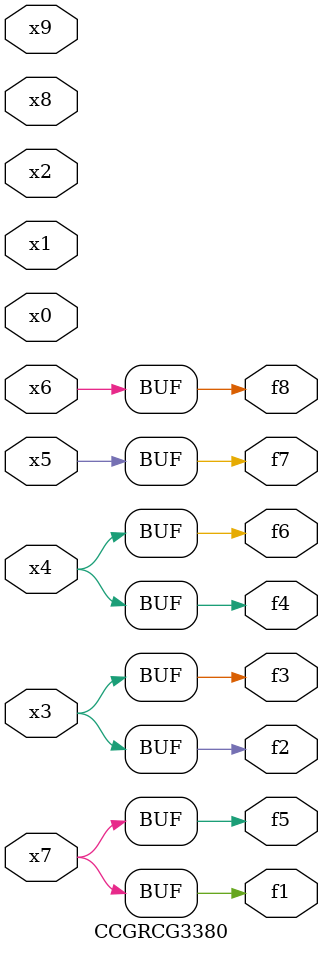
<source format=v>
module CCGRCG3380(
	input x0, x1, x2, x3, x4, x5, x6, x7, x8, x9,
	output f1, f2, f3, f4, f5, f6, f7, f8
);
	assign f1 = x7;
	assign f2 = x3;
	assign f3 = x3;
	assign f4 = x4;
	assign f5 = x7;
	assign f6 = x4;
	assign f7 = x5;
	assign f8 = x6;
endmodule

</source>
